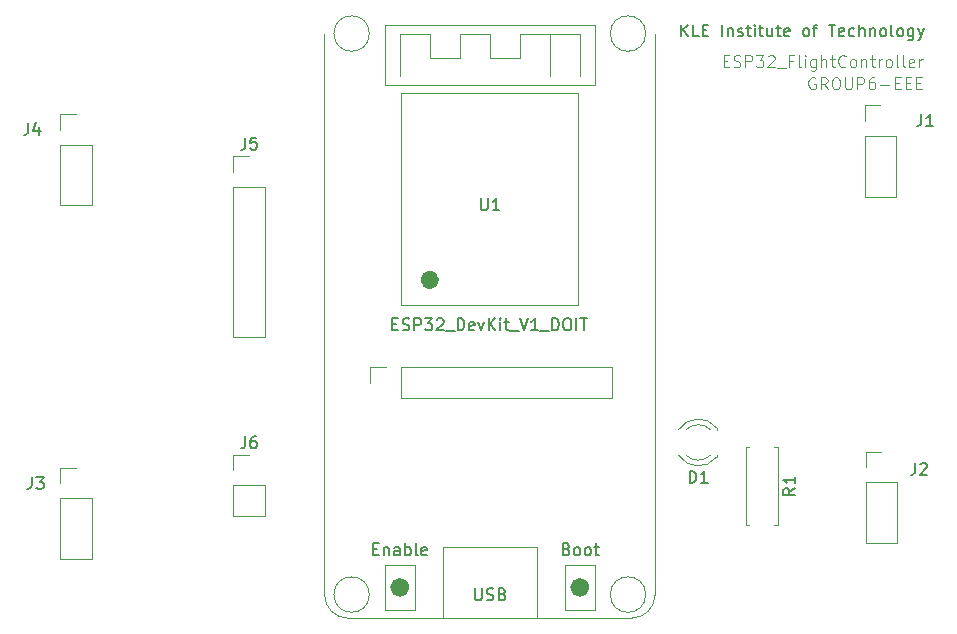
<source format=gbr>
%TF.GenerationSoftware,KiCad,Pcbnew,8.0.7*%
%TF.CreationDate,2024-12-29T12:34:30+05:30*%
%TF.ProjectId,Sketch,536b6574-6368-42e6-9b69-6361645f7063,v0.1*%
%TF.SameCoordinates,Original*%
%TF.FileFunction,Legend,Top*%
%TF.FilePolarity,Positive*%
%FSLAX46Y46*%
G04 Gerber Fmt 4.6, Leading zero omitted, Abs format (unit mm)*
G04 Created by KiCad (PCBNEW 8.0.7) date 2024-12-29 12:34:30*
%MOMM*%
%LPD*%
G01*
G04 APERTURE LIST*
%ADD10C,0.125000*%
%ADD11C,0.200000*%
%ADD12C,0.150000*%
%ADD13C,0.120000*%
%ADD14C,0.800000*%
%ADD15C,1.000000*%
G04 APERTURE END LIST*
D10*
X158665379Y-74722309D02*
X158998712Y-74722309D01*
X159141569Y-75246119D02*
X158665379Y-75246119D01*
X158665379Y-75246119D02*
X158665379Y-74246119D01*
X158665379Y-74246119D02*
X159141569Y-74246119D01*
X159522522Y-75198500D02*
X159665379Y-75246119D01*
X159665379Y-75246119D02*
X159903474Y-75246119D01*
X159903474Y-75246119D02*
X159998712Y-75198500D01*
X159998712Y-75198500D02*
X160046331Y-75150880D01*
X160046331Y-75150880D02*
X160093950Y-75055642D01*
X160093950Y-75055642D02*
X160093950Y-74960404D01*
X160093950Y-74960404D02*
X160046331Y-74865166D01*
X160046331Y-74865166D02*
X159998712Y-74817547D01*
X159998712Y-74817547D02*
X159903474Y-74769928D01*
X159903474Y-74769928D02*
X159712998Y-74722309D01*
X159712998Y-74722309D02*
X159617760Y-74674690D01*
X159617760Y-74674690D02*
X159570141Y-74627071D01*
X159570141Y-74627071D02*
X159522522Y-74531833D01*
X159522522Y-74531833D02*
X159522522Y-74436595D01*
X159522522Y-74436595D02*
X159570141Y-74341357D01*
X159570141Y-74341357D02*
X159617760Y-74293738D01*
X159617760Y-74293738D02*
X159712998Y-74246119D01*
X159712998Y-74246119D02*
X159951093Y-74246119D01*
X159951093Y-74246119D02*
X160093950Y-74293738D01*
X160522522Y-75246119D02*
X160522522Y-74246119D01*
X160522522Y-74246119D02*
X160903474Y-74246119D01*
X160903474Y-74246119D02*
X160998712Y-74293738D01*
X160998712Y-74293738D02*
X161046331Y-74341357D01*
X161046331Y-74341357D02*
X161093950Y-74436595D01*
X161093950Y-74436595D02*
X161093950Y-74579452D01*
X161093950Y-74579452D02*
X161046331Y-74674690D01*
X161046331Y-74674690D02*
X160998712Y-74722309D01*
X160998712Y-74722309D02*
X160903474Y-74769928D01*
X160903474Y-74769928D02*
X160522522Y-74769928D01*
X161427284Y-74246119D02*
X162046331Y-74246119D01*
X162046331Y-74246119D02*
X161712998Y-74627071D01*
X161712998Y-74627071D02*
X161855855Y-74627071D01*
X161855855Y-74627071D02*
X161951093Y-74674690D01*
X161951093Y-74674690D02*
X161998712Y-74722309D01*
X161998712Y-74722309D02*
X162046331Y-74817547D01*
X162046331Y-74817547D02*
X162046331Y-75055642D01*
X162046331Y-75055642D02*
X161998712Y-75150880D01*
X161998712Y-75150880D02*
X161951093Y-75198500D01*
X161951093Y-75198500D02*
X161855855Y-75246119D01*
X161855855Y-75246119D02*
X161570141Y-75246119D01*
X161570141Y-75246119D02*
X161474903Y-75198500D01*
X161474903Y-75198500D02*
X161427284Y-75150880D01*
X162427284Y-74341357D02*
X162474903Y-74293738D01*
X162474903Y-74293738D02*
X162570141Y-74246119D01*
X162570141Y-74246119D02*
X162808236Y-74246119D01*
X162808236Y-74246119D02*
X162903474Y-74293738D01*
X162903474Y-74293738D02*
X162951093Y-74341357D01*
X162951093Y-74341357D02*
X162998712Y-74436595D01*
X162998712Y-74436595D02*
X162998712Y-74531833D01*
X162998712Y-74531833D02*
X162951093Y-74674690D01*
X162951093Y-74674690D02*
X162379665Y-75246119D01*
X162379665Y-75246119D02*
X162998712Y-75246119D01*
X163189189Y-75341357D02*
X163951093Y-75341357D01*
X164522522Y-74722309D02*
X164189189Y-74722309D01*
X164189189Y-75246119D02*
X164189189Y-74246119D01*
X164189189Y-74246119D02*
X164665379Y-74246119D01*
X165189189Y-75246119D02*
X165093951Y-75198500D01*
X165093951Y-75198500D02*
X165046332Y-75103261D01*
X165046332Y-75103261D02*
X165046332Y-74246119D01*
X165570142Y-75246119D02*
X165570142Y-74579452D01*
X165570142Y-74246119D02*
X165522523Y-74293738D01*
X165522523Y-74293738D02*
X165570142Y-74341357D01*
X165570142Y-74341357D02*
X165617761Y-74293738D01*
X165617761Y-74293738D02*
X165570142Y-74246119D01*
X165570142Y-74246119D02*
X165570142Y-74341357D01*
X166474903Y-74579452D02*
X166474903Y-75388976D01*
X166474903Y-75388976D02*
X166427284Y-75484214D01*
X166427284Y-75484214D02*
X166379665Y-75531833D01*
X166379665Y-75531833D02*
X166284427Y-75579452D01*
X166284427Y-75579452D02*
X166141570Y-75579452D01*
X166141570Y-75579452D02*
X166046332Y-75531833D01*
X166474903Y-75198500D02*
X166379665Y-75246119D01*
X166379665Y-75246119D02*
X166189189Y-75246119D01*
X166189189Y-75246119D02*
X166093951Y-75198500D01*
X166093951Y-75198500D02*
X166046332Y-75150880D01*
X166046332Y-75150880D02*
X165998713Y-75055642D01*
X165998713Y-75055642D02*
X165998713Y-74769928D01*
X165998713Y-74769928D02*
X166046332Y-74674690D01*
X166046332Y-74674690D02*
X166093951Y-74627071D01*
X166093951Y-74627071D02*
X166189189Y-74579452D01*
X166189189Y-74579452D02*
X166379665Y-74579452D01*
X166379665Y-74579452D02*
X166474903Y-74627071D01*
X166951094Y-75246119D02*
X166951094Y-74246119D01*
X167379665Y-75246119D02*
X167379665Y-74722309D01*
X167379665Y-74722309D02*
X167332046Y-74627071D01*
X167332046Y-74627071D02*
X167236808Y-74579452D01*
X167236808Y-74579452D02*
X167093951Y-74579452D01*
X167093951Y-74579452D02*
X166998713Y-74627071D01*
X166998713Y-74627071D02*
X166951094Y-74674690D01*
X167712999Y-74579452D02*
X168093951Y-74579452D01*
X167855856Y-74246119D02*
X167855856Y-75103261D01*
X167855856Y-75103261D02*
X167903475Y-75198500D01*
X167903475Y-75198500D02*
X167998713Y-75246119D01*
X167998713Y-75246119D02*
X168093951Y-75246119D01*
X168998713Y-75150880D02*
X168951094Y-75198500D01*
X168951094Y-75198500D02*
X168808237Y-75246119D01*
X168808237Y-75246119D02*
X168712999Y-75246119D01*
X168712999Y-75246119D02*
X168570142Y-75198500D01*
X168570142Y-75198500D02*
X168474904Y-75103261D01*
X168474904Y-75103261D02*
X168427285Y-75008023D01*
X168427285Y-75008023D02*
X168379666Y-74817547D01*
X168379666Y-74817547D02*
X168379666Y-74674690D01*
X168379666Y-74674690D02*
X168427285Y-74484214D01*
X168427285Y-74484214D02*
X168474904Y-74388976D01*
X168474904Y-74388976D02*
X168570142Y-74293738D01*
X168570142Y-74293738D02*
X168712999Y-74246119D01*
X168712999Y-74246119D02*
X168808237Y-74246119D01*
X168808237Y-74246119D02*
X168951094Y-74293738D01*
X168951094Y-74293738D02*
X168998713Y-74341357D01*
X169570142Y-75246119D02*
X169474904Y-75198500D01*
X169474904Y-75198500D02*
X169427285Y-75150880D01*
X169427285Y-75150880D02*
X169379666Y-75055642D01*
X169379666Y-75055642D02*
X169379666Y-74769928D01*
X169379666Y-74769928D02*
X169427285Y-74674690D01*
X169427285Y-74674690D02*
X169474904Y-74627071D01*
X169474904Y-74627071D02*
X169570142Y-74579452D01*
X169570142Y-74579452D02*
X169712999Y-74579452D01*
X169712999Y-74579452D02*
X169808237Y-74627071D01*
X169808237Y-74627071D02*
X169855856Y-74674690D01*
X169855856Y-74674690D02*
X169903475Y-74769928D01*
X169903475Y-74769928D02*
X169903475Y-75055642D01*
X169903475Y-75055642D02*
X169855856Y-75150880D01*
X169855856Y-75150880D02*
X169808237Y-75198500D01*
X169808237Y-75198500D02*
X169712999Y-75246119D01*
X169712999Y-75246119D02*
X169570142Y-75246119D01*
X170332047Y-74579452D02*
X170332047Y-75246119D01*
X170332047Y-74674690D02*
X170379666Y-74627071D01*
X170379666Y-74627071D02*
X170474904Y-74579452D01*
X170474904Y-74579452D02*
X170617761Y-74579452D01*
X170617761Y-74579452D02*
X170712999Y-74627071D01*
X170712999Y-74627071D02*
X170760618Y-74722309D01*
X170760618Y-74722309D02*
X170760618Y-75246119D01*
X171093952Y-74579452D02*
X171474904Y-74579452D01*
X171236809Y-74246119D02*
X171236809Y-75103261D01*
X171236809Y-75103261D02*
X171284428Y-75198500D01*
X171284428Y-75198500D02*
X171379666Y-75246119D01*
X171379666Y-75246119D02*
X171474904Y-75246119D01*
X171808238Y-75246119D02*
X171808238Y-74579452D01*
X171808238Y-74769928D02*
X171855857Y-74674690D01*
X171855857Y-74674690D02*
X171903476Y-74627071D01*
X171903476Y-74627071D02*
X171998714Y-74579452D01*
X171998714Y-74579452D02*
X172093952Y-74579452D01*
X172570143Y-75246119D02*
X172474905Y-75198500D01*
X172474905Y-75198500D02*
X172427286Y-75150880D01*
X172427286Y-75150880D02*
X172379667Y-75055642D01*
X172379667Y-75055642D02*
X172379667Y-74769928D01*
X172379667Y-74769928D02*
X172427286Y-74674690D01*
X172427286Y-74674690D02*
X172474905Y-74627071D01*
X172474905Y-74627071D02*
X172570143Y-74579452D01*
X172570143Y-74579452D02*
X172713000Y-74579452D01*
X172713000Y-74579452D02*
X172808238Y-74627071D01*
X172808238Y-74627071D02*
X172855857Y-74674690D01*
X172855857Y-74674690D02*
X172903476Y-74769928D01*
X172903476Y-74769928D02*
X172903476Y-75055642D01*
X172903476Y-75055642D02*
X172855857Y-75150880D01*
X172855857Y-75150880D02*
X172808238Y-75198500D01*
X172808238Y-75198500D02*
X172713000Y-75246119D01*
X172713000Y-75246119D02*
X172570143Y-75246119D01*
X173474905Y-75246119D02*
X173379667Y-75198500D01*
X173379667Y-75198500D02*
X173332048Y-75103261D01*
X173332048Y-75103261D02*
X173332048Y-74246119D01*
X173998715Y-75246119D02*
X173903477Y-75198500D01*
X173903477Y-75198500D02*
X173855858Y-75103261D01*
X173855858Y-75103261D02*
X173855858Y-74246119D01*
X174760620Y-75198500D02*
X174665382Y-75246119D01*
X174665382Y-75246119D02*
X174474906Y-75246119D01*
X174474906Y-75246119D02*
X174379668Y-75198500D01*
X174379668Y-75198500D02*
X174332049Y-75103261D01*
X174332049Y-75103261D02*
X174332049Y-74722309D01*
X174332049Y-74722309D02*
X174379668Y-74627071D01*
X174379668Y-74627071D02*
X174474906Y-74579452D01*
X174474906Y-74579452D02*
X174665382Y-74579452D01*
X174665382Y-74579452D02*
X174760620Y-74627071D01*
X174760620Y-74627071D02*
X174808239Y-74722309D01*
X174808239Y-74722309D02*
X174808239Y-74817547D01*
X174808239Y-74817547D02*
X174332049Y-74912785D01*
X175236811Y-75246119D02*
X175236811Y-74579452D01*
X175236811Y-74769928D02*
X175284430Y-74674690D01*
X175284430Y-74674690D02*
X175332049Y-74627071D01*
X175332049Y-74627071D02*
X175427287Y-74579452D01*
X175427287Y-74579452D02*
X175522525Y-74579452D01*
D11*
X155076751Y-72642219D02*
X155076751Y-71642219D01*
X155648179Y-72642219D02*
X155219608Y-72070790D01*
X155648179Y-71642219D02*
X155076751Y-72213647D01*
X156552941Y-72642219D02*
X156076751Y-72642219D01*
X156076751Y-72642219D02*
X156076751Y-71642219D01*
X156886275Y-72118409D02*
X157219608Y-72118409D01*
X157362465Y-72642219D02*
X156886275Y-72642219D01*
X156886275Y-72642219D02*
X156886275Y-71642219D01*
X156886275Y-71642219D02*
X157362465Y-71642219D01*
X158552942Y-72642219D02*
X158552942Y-71642219D01*
X159029132Y-71975552D02*
X159029132Y-72642219D01*
X159029132Y-72070790D02*
X159076751Y-72023171D01*
X159076751Y-72023171D02*
X159171989Y-71975552D01*
X159171989Y-71975552D02*
X159314846Y-71975552D01*
X159314846Y-71975552D02*
X159410084Y-72023171D01*
X159410084Y-72023171D02*
X159457703Y-72118409D01*
X159457703Y-72118409D02*
X159457703Y-72642219D01*
X159886275Y-72594600D02*
X159981513Y-72642219D01*
X159981513Y-72642219D02*
X160171989Y-72642219D01*
X160171989Y-72642219D02*
X160267227Y-72594600D01*
X160267227Y-72594600D02*
X160314846Y-72499361D01*
X160314846Y-72499361D02*
X160314846Y-72451742D01*
X160314846Y-72451742D02*
X160267227Y-72356504D01*
X160267227Y-72356504D02*
X160171989Y-72308885D01*
X160171989Y-72308885D02*
X160029132Y-72308885D01*
X160029132Y-72308885D02*
X159933894Y-72261266D01*
X159933894Y-72261266D02*
X159886275Y-72166028D01*
X159886275Y-72166028D02*
X159886275Y-72118409D01*
X159886275Y-72118409D02*
X159933894Y-72023171D01*
X159933894Y-72023171D02*
X160029132Y-71975552D01*
X160029132Y-71975552D02*
X160171989Y-71975552D01*
X160171989Y-71975552D02*
X160267227Y-72023171D01*
X160600561Y-71975552D02*
X160981513Y-71975552D01*
X160743418Y-71642219D02*
X160743418Y-72499361D01*
X160743418Y-72499361D02*
X160791037Y-72594600D01*
X160791037Y-72594600D02*
X160886275Y-72642219D01*
X160886275Y-72642219D02*
X160981513Y-72642219D01*
X161314847Y-72642219D02*
X161314847Y-71975552D01*
X161314847Y-71642219D02*
X161267228Y-71689838D01*
X161267228Y-71689838D02*
X161314847Y-71737457D01*
X161314847Y-71737457D02*
X161362466Y-71689838D01*
X161362466Y-71689838D02*
X161314847Y-71642219D01*
X161314847Y-71642219D02*
X161314847Y-71737457D01*
X161648180Y-71975552D02*
X162029132Y-71975552D01*
X161791037Y-71642219D02*
X161791037Y-72499361D01*
X161791037Y-72499361D02*
X161838656Y-72594600D01*
X161838656Y-72594600D02*
X161933894Y-72642219D01*
X161933894Y-72642219D02*
X162029132Y-72642219D01*
X162791037Y-71975552D02*
X162791037Y-72642219D01*
X162362466Y-71975552D02*
X162362466Y-72499361D01*
X162362466Y-72499361D02*
X162410085Y-72594600D01*
X162410085Y-72594600D02*
X162505323Y-72642219D01*
X162505323Y-72642219D02*
X162648180Y-72642219D01*
X162648180Y-72642219D02*
X162743418Y-72594600D01*
X162743418Y-72594600D02*
X162791037Y-72546980D01*
X163124371Y-71975552D02*
X163505323Y-71975552D01*
X163267228Y-71642219D02*
X163267228Y-72499361D01*
X163267228Y-72499361D02*
X163314847Y-72594600D01*
X163314847Y-72594600D02*
X163410085Y-72642219D01*
X163410085Y-72642219D02*
X163505323Y-72642219D01*
X164219609Y-72594600D02*
X164124371Y-72642219D01*
X164124371Y-72642219D02*
X163933895Y-72642219D01*
X163933895Y-72642219D02*
X163838657Y-72594600D01*
X163838657Y-72594600D02*
X163791038Y-72499361D01*
X163791038Y-72499361D02*
X163791038Y-72118409D01*
X163791038Y-72118409D02*
X163838657Y-72023171D01*
X163838657Y-72023171D02*
X163933895Y-71975552D01*
X163933895Y-71975552D02*
X164124371Y-71975552D01*
X164124371Y-71975552D02*
X164219609Y-72023171D01*
X164219609Y-72023171D02*
X164267228Y-72118409D01*
X164267228Y-72118409D02*
X164267228Y-72213647D01*
X164267228Y-72213647D02*
X163791038Y-72308885D01*
X165600562Y-72642219D02*
X165505324Y-72594600D01*
X165505324Y-72594600D02*
X165457705Y-72546980D01*
X165457705Y-72546980D02*
X165410086Y-72451742D01*
X165410086Y-72451742D02*
X165410086Y-72166028D01*
X165410086Y-72166028D02*
X165457705Y-72070790D01*
X165457705Y-72070790D02*
X165505324Y-72023171D01*
X165505324Y-72023171D02*
X165600562Y-71975552D01*
X165600562Y-71975552D02*
X165743419Y-71975552D01*
X165743419Y-71975552D02*
X165838657Y-72023171D01*
X165838657Y-72023171D02*
X165886276Y-72070790D01*
X165886276Y-72070790D02*
X165933895Y-72166028D01*
X165933895Y-72166028D02*
X165933895Y-72451742D01*
X165933895Y-72451742D02*
X165886276Y-72546980D01*
X165886276Y-72546980D02*
X165838657Y-72594600D01*
X165838657Y-72594600D02*
X165743419Y-72642219D01*
X165743419Y-72642219D02*
X165600562Y-72642219D01*
X166219610Y-71975552D02*
X166600562Y-71975552D01*
X166362467Y-72642219D02*
X166362467Y-71785076D01*
X166362467Y-71785076D02*
X166410086Y-71689838D01*
X166410086Y-71689838D02*
X166505324Y-71642219D01*
X166505324Y-71642219D02*
X166600562Y-71642219D01*
X167552944Y-71642219D02*
X168124372Y-71642219D01*
X167838658Y-72642219D02*
X167838658Y-71642219D01*
X168838658Y-72594600D02*
X168743420Y-72642219D01*
X168743420Y-72642219D02*
X168552944Y-72642219D01*
X168552944Y-72642219D02*
X168457706Y-72594600D01*
X168457706Y-72594600D02*
X168410087Y-72499361D01*
X168410087Y-72499361D02*
X168410087Y-72118409D01*
X168410087Y-72118409D02*
X168457706Y-72023171D01*
X168457706Y-72023171D02*
X168552944Y-71975552D01*
X168552944Y-71975552D02*
X168743420Y-71975552D01*
X168743420Y-71975552D02*
X168838658Y-72023171D01*
X168838658Y-72023171D02*
X168886277Y-72118409D01*
X168886277Y-72118409D02*
X168886277Y-72213647D01*
X168886277Y-72213647D02*
X168410087Y-72308885D01*
X169743420Y-72594600D02*
X169648182Y-72642219D01*
X169648182Y-72642219D02*
X169457706Y-72642219D01*
X169457706Y-72642219D02*
X169362468Y-72594600D01*
X169362468Y-72594600D02*
X169314849Y-72546980D01*
X169314849Y-72546980D02*
X169267230Y-72451742D01*
X169267230Y-72451742D02*
X169267230Y-72166028D01*
X169267230Y-72166028D02*
X169314849Y-72070790D01*
X169314849Y-72070790D02*
X169362468Y-72023171D01*
X169362468Y-72023171D02*
X169457706Y-71975552D01*
X169457706Y-71975552D02*
X169648182Y-71975552D01*
X169648182Y-71975552D02*
X169743420Y-72023171D01*
X170171992Y-72642219D02*
X170171992Y-71642219D01*
X170600563Y-72642219D02*
X170600563Y-72118409D01*
X170600563Y-72118409D02*
X170552944Y-72023171D01*
X170552944Y-72023171D02*
X170457706Y-71975552D01*
X170457706Y-71975552D02*
X170314849Y-71975552D01*
X170314849Y-71975552D02*
X170219611Y-72023171D01*
X170219611Y-72023171D02*
X170171992Y-72070790D01*
X171076754Y-71975552D02*
X171076754Y-72642219D01*
X171076754Y-72070790D02*
X171124373Y-72023171D01*
X171124373Y-72023171D02*
X171219611Y-71975552D01*
X171219611Y-71975552D02*
X171362468Y-71975552D01*
X171362468Y-71975552D02*
X171457706Y-72023171D01*
X171457706Y-72023171D02*
X171505325Y-72118409D01*
X171505325Y-72118409D02*
X171505325Y-72642219D01*
X172124373Y-72642219D02*
X172029135Y-72594600D01*
X172029135Y-72594600D02*
X171981516Y-72546980D01*
X171981516Y-72546980D02*
X171933897Y-72451742D01*
X171933897Y-72451742D02*
X171933897Y-72166028D01*
X171933897Y-72166028D02*
X171981516Y-72070790D01*
X171981516Y-72070790D02*
X172029135Y-72023171D01*
X172029135Y-72023171D02*
X172124373Y-71975552D01*
X172124373Y-71975552D02*
X172267230Y-71975552D01*
X172267230Y-71975552D02*
X172362468Y-72023171D01*
X172362468Y-72023171D02*
X172410087Y-72070790D01*
X172410087Y-72070790D02*
X172457706Y-72166028D01*
X172457706Y-72166028D02*
X172457706Y-72451742D01*
X172457706Y-72451742D02*
X172410087Y-72546980D01*
X172410087Y-72546980D02*
X172362468Y-72594600D01*
X172362468Y-72594600D02*
X172267230Y-72642219D01*
X172267230Y-72642219D02*
X172124373Y-72642219D01*
X173029135Y-72642219D02*
X172933897Y-72594600D01*
X172933897Y-72594600D02*
X172886278Y-72499361D01*
X172886278Y-72499361D02*
X172886278Y-71642219D01*
X173552945Y-72642219D02*
X173457707Y-72594600D01*
X173457707Y-72594600D02*
X173410088Y-72546980D01*
X173410088Y-72546980D02*
X173362469Y-72451742D01*
X173362469Y-72451742D02*
X173362469Y-72166028D01*
X173362469Y-72166028D02*
X173410088Y-72070790D01*
X173410088Y-72070790D02*
X173457707Y-72023171D01*
X173457707Y-72023171D02*
X173552945Y-71975552D01*
X173552945Y-71975552D02*
X173695802Y-71975552D01*
X173695802Y-71975552D02*
X173791040Y-72023171D01*
X173791040Y-72023171D02*
X173838659Y-72070790D01*
X173838659Y-72070790D02*
X173886278Y-72166028D01*
X173886278Y-72166028D02*
X173886278Y-72451742D01*
X173886278Y-72451742D02*
X173838659Y-72546980D01*
X173838659Y-72546980D02*
X173791040Y-72594600D01*
X173791040Y-72594600D02*
X173695802Y-72642219D01*
X173695802Y-72642219D02*
X173552945Y-72642219D01*
X174743421Y-71975552D02*
X174743421Y-72785076D01*
X174743421Y-72785076D02*
X174695802Y-72880314D01*
X174695802Y-72880314D02*
X174648183Y-72927933D01*
X174648183Y-72927933D02*
X174552945Y-72975552D01*
X174552945Y-72975552D02*
X174410088Y-72975552D01*
X174410088Y-72975552D02*
X174314850Y-72927933D01*
X174743421Y-72594600D02*
X174648183Y-72642219D01*
X174648183Y-72642219D02*
X174457707Y-72642219D01*
X174457707Y-72642219D02*
X174362469Y-72594600D01*
X174362469Y-72594600D02*
X174314850Y-72546980D01*
X174314850Y-72546980D02*
X174267231Y-72451742D01*
X174267231Y-72451742D02*
X174267231Y-72166028D01*
X174267231Y-72166028D02*
X174314850Y-72070790D01*
X174314850Y-72070790D02*
X174362469Y-72023171D01*
X174362469Y-72023171D02*
X174457707Y-71975552D01*
X174457707Y-71975552D02*
X174648183Y-71975552D01*
X174648183Y-71975552D02*
X174743421Y-72023171D01*
X175124374Y-71975552D02*
X175362469Y-72642219D01*
X175600564Y-71975552D02*
X175362469Y-72642219D01*
X175362469Y-72642219D02*
X175267231Y-72880314D01*
X175267231Y-72880314D02*
X175219612Y-72927933D01*
X175219612Y-72927933D02*
X175124374Y-72975552D01*
D10*
X166429668Y-76168738D02*
X166334430Y-76121119D01*
X166334430Y-76121119D02*
X166191573Y-76121119D01*
X166191573Y-76121119D02*
X166048716Y-76168738D01*
X166048716Y-76168738D02*
X165953478Y-76263976D01*
X165953478Y-76263976D02*
X165905859Y-76359214D01*
X165905859Y-76359214D02*
X165858240Y-76549690D01*
X165858240Y-76549690D02*
X165858240Y-76692547D01*
X165858240Y-76692547D02*
X165905859Y-76883023D01*
X165905859Y-76883023D02*
X165953478Y-76978261D01*
X165953478Y-76978261D02*
X166048716Y-77073500D01*
X166048716Y-77073500D02*
X166191573Y-77121119D01*
X166191573Y-77121119D02*
X166286811Y-77121119D01*
X166286811Y-77121119D02*
X166429668Y-77073500D01*
X166429668Y-77073500D02*
X166477287Y-77025880D01*
X166477287Y-77025880D02*
X166477287Y-76692547D01*
X166477287Y-76692547D02*
X166286811Y-76692547D01*
X167477287Y-77121119D02*
X167143954Y-76644928D01*
X166905859Y-77121119D02*
X166905859Y-76121119D01*
X166905859Y-76121119D02*
X167286811Y-76121119D01*
X167286811Y-76121119D02*
X167382049Y-76168738D01*
X167382049Y-76168738D02*
X167429668Y-76216357D01*
X167429668Y-76216357D02*
X167477287Y-76311595D01*
X167477287Y-76311595D02*
X167477287Y-76454452D01*
X167477287Y-76454452D02*
X167429668Y-76549690D01*
X167429668Y-76549690D02*
X167382049Y-76597309D01*
X167382049Y-76597309D02*
X167286811Y-76644928D01*
X167286811Y-76644928D02*
X166905859Y-76644928D01*
X168096335Y-76121119D02*
X168286811Y-76121119D01*
X168286811Y-76121119D02*
X168382049Y-76168738D01*
X168382049Y-76168738D02*
X168477287Y-76263976D01*
X168477287Y-76263976D02*
X168524906Y-76454452D01*
X168524906Y-76454452D02*
X168524906Y-76787785D01*
X168524906Y-76787785D02*
X168477287Y-76978261D01*
X168477287Y-76978261D02*
X168382049Y-77073500D01*
X168382049Y-77073500D02*
X168286811Y-77121119D01*
X168286811Y-77121119D02*
X168096335Y-77121119D01*
X168096335Y-77121119D02*
X168001097Y-77073500D01*
X168001097Y-77073500D02*
X167905859Y-76978261D01*
X167905859Y-76978261D02*
X167858240Y-76787785D01*
X167858240Y-76787785D02*
X167858240Y-76454452D01*
X167858240Y-76454452D02*
X167905859Y-76263976D01*
X167905859Y-76263976D02*
X168001097Y-76168738D01*
X168001097Y-76168738D02*
X168096335Y-76121119D01*
X168953478Y-76121119D02*
X168953478Y-76930642D01*
X168953478Y-76930642D02*
X169001097Y-77025880D01*
X169001097Y-77025880D02*
X169048716Y-77073500D01*
X169048716Y-77073500D02*
X169143954Y-77121119D01*
X169143954Y-77121119D02*
X169334430Y-77121119D01*
X169334430Y-77121119D02*
X169429668Y-77073500D01*
X169429668Y-77073500D02*
X169477287Y-77025880D01*
X169477287Y-77025880D02*
X169524906Y-76930642D01*
X169524906Y-76930642D02*
X169524906Y-76121119D01*
X170001097Y-77121119D02*
X170001097Y-76121119D01*
X170001097Y-76121119D02*
X170382049Y-76121119D01*
X170382049Y-76121119D02*
X170477287Y-76168738D01*
X170477287Y-76168738D02*
X170524906Y-76216357D01*
X170524906Y-76216357D02*
X170572525Y-76311595D01*
X170572525Y-76311595D02*
X170572525Y-76454452D01*
X170572525Y-76454452D02*
X170524906Y-76549690D01*
X170524906Y-76549690D02*
X170477287Y-76597309D01*
X170477287Y-76597309D02*
X170382049Y-76644928D01*
X170382049Y-76644928D02*
X170001097Y-76644928D01*
X171429668Y-76121119D02*
X171239192Y-76121119D01*
X171239192Y-76121119D02*
X171143954Y-76168738D01*
X171143954Y-76168738D02*
X171096335Y-76216357D01*
X171096335Y-76216357D02*
X171001097Y-76359214D01*
X171001097Y-76359214D02*
X170953478Y-76549690D01*
X170953478Y-76549690D02*
X170953478Y-76930642D01*
X170953478Y-76930642D02*
X171001097Y-77025880D01*
X171001097Y-77025880D02*
X171048716Y-77073500D01*
X171048716Y-77073500D02*
X171143954Y-77121119D01*
X171143954Y-77121119D02*
X171334430Y-77121119D01*
X171334430Y-77121119D02*
X171429668Y-77073500D01*
X171429668Y-77073500D02*
X171477287Y-77025880D01*
X171477287Y-77025880D02*
X171524906Y-76930642D01*
X171524906Y-76930642D02*
X171524906Y-76692547D01*
X171524906Y-76692547D02*
X171477287Y-76597309D01*
X171477287Y-76597309D02*
X171429668Y-76549690D01*
X171429668Y-76549690D02*
X171334430Y-76502071D01*
X171334430Y-76502071D02*
X171143954Y-76502071D01*
X171143954Y-76502071D02*
X171048716Y-76549690D01*
X171048716Y-76549690D02*
X171001097Y-76597309D01*
X171001097Y-76597309D02*
X170953478Y-76692547D01*
X171953478Y-76740166D02*
X172715383Y-76740166D01*
X173191573Y-76597309D02*
X173524906Y-76597309D01*
X173667763Y-77121119D02*
X173191573Y-77121119D01*
X173191573Y-77121119D02*
X173191573Y-76121119D01*
X173191573Y-76121119D02*
X173667763Y-76121119D01*
X174096335Y-76597309D02*
X174429668Y-76597309D01*
X174572525Y-77121119D02*
X174096335Y-77121119D01*
X174096335Y-77121119D02*
X174096335Y-76121119D01*
X174096335Y-76121119D02*
X174572525Y-76121119D01*
X175001097Y-76597309D02*
X175334430Y-76597309D01*
X175477287Y-77121119D02*
X175001097Y-77121119D01*
X175001097Y-77121119D02*
X175001097Y-76121119D01*
X175001097Y-76121119D02*
X175477287Y-76121119D01*
D12*
X138113095Y-86369819D02*
X138113095Y-87179342D01*
X138113095Y-87179342D02*
X138160714Y-87274580D01*
X138160714Y-87274580D02*
X138208333Y-87322200D01*
X138208333Y-87322200D02*
X138303571Y-87369819D01*
X138303571Y-87369819D02*
X138494047Y-87369819D01*
X138494047Y-87369819D02*
X138589285Y-87322200D01*
X138589285Y-87322200D02*
X138636904Y-87274580D01*
X138636904Y-87274580D02*
X138684523Y-87179342D01*
X138684523Y-87179342D02*
X138684523Y-86369819D01*
X139684523Y-87369819D02*
X139113095Y-87369819D01*
X139398809Y-87369819D02*
X139398809Y-86369819D01*
X139398809Y-86369819D02*
X139303571Y-86512676D01*
X139303571Y-86512676D02*
X139208333Y-86607914D01*
X139208333Y-86607914D02*
X139113095Y-86655533D01*
X130633333Y-97006009D02*
X130966666Y-97006009D01*
X131109523Y-97529819D02*
X130633333Y-97529819D01*
X130633333Y-97529819D02*
X130633333Y-96529819D01*
X130633333Y-96529819D02*
X131109523Y-96529819D01*
X131490476Y-97482200D02*
X131633333Y-97529819D01*
X131633333Y-97529819D02*
X131871428Y-97529819D01*
X131871428Y-97529819D02*
X131966666Y-97482200D01*
X131966666Y-97482200D02*
X132014285Y-97434580D01*
X132014285Y-97434580D02*
X132061904Y-97339342D01*
X132061904Y-97339342D02*
X132061904Y-97244104D01*
X132061904Y-97244104D02*
X132014285Y-97148866D01*
X132014285Y-97148866D02*
X131966666Y-97101247D01*
X131966666Y-97101247D02*
X131871428Y-97053628D01*
X131871428Y-97053628D02*
X131680952Y-97006009D01*
X131680952Y-97006009D02*
X131585714Y-96958390D01*
X131585714Y-96958390D02*
X131538095Y-96910771D01*
X131538095Y-96910771D02*
X131490476Y-96815533D01*
X131490476Y-96815533D02*
X131490476Y-96720295D01*
X131490476Y-96720295D02*
X131538095Y-96625057D01*
X131538095Y-96625057D02*
X131585714Y-96577438D01*
X131585714Y-96577438D02*
X131680952Y-96529819D01*
X131680952Y-96529819D02*
X131919047Y-96529819D01*
X131919047Y-96529819D02*
X132061904Y-96577438D01*
X132490476Y-97529819D02*
X132490476Y-96529819D01*
X132490476Y-96529819D02*
X132871428Y-96529819D01*
X132871428Y-96529819D02*
X132966666Y-96577438D01*
X132966666Y-96577438D02*
X133014285Y-96625057D01*
X133014285Y-96625057D02*
X133061904Y-96720295D01*
X133061904Y-96720295D02*
X133061904Y-96863152D01*
X133061904Y-96863152D02*
X133014285Y-96958390D01*
X133014285Y-96958390D02*
X132966666Y-97006009D01*
X132966666Y-97006009D02*
X132871428Y-97053628D01*
X132871428Y-97053628D02*
X132490476Y-97053628D01*
X133395238Y-96529819D02*
X134014285Y-96529819D01*
X134014285Y-96529819D02*
X133680952Y-96910771D01*
X133680952Y-96910771D02*
X133823809Y-96910771D01*
X133823809Y-96910771D02*
X133919047Y-96958390D01*
X133919047Y-96958390D02*
X133966666Y-97006009D01*
X133966666Y-97006009D02*
X134014285Y-97101247D01*
X134014285Y-97101247D02*
X134014285Y-97339342D01*
X134014285Y-97339342D02*
X133966666Y-97434580D01*
X133966666Y-97434580D02*
X133919047Y-97482200D01*
X133919047Y-97482200D02*
X133823809Y-97529819D01*
X133823809Y-97529819D02*
X133538095Y-97529819D01*
X133538095Y-97529819D02*
X133442857Y-97482200D01*
X133442857Y-97482200D02*
X133395238Y-97434580D01*
X134395238Y-96625057D02*
X134442857Y-96577438D01*
X134442857Y-96577438D02*
X134538095Y-96529819D01*
X134538095Y-96529819D02*
X134776190Y-96529819D01*
X134776190Y-96529819D02*
X134871428Y-96577438D01*
X134871428Y-96577438D02*
X134919047Y-96625057D01*
X134919047Y-96625057D02*
X134966666Y-96720295D01*
X134966666Y-96720295D02*
X134966666Y-96815533D01*
X134966666Y-96815533D02*
X134919047Y-96958390D01*
X134919047Y-96958390D02*
X134347619Y-97529819D01*
X134347619Y-97529819D02*
X134966666Y-97529819D01*
X135157143Y-97625057D02*
X135919047Y-97625057D01*
X136157143Y-97529819D02*
X136157143Y-96529819D01*
X136157143Y-96529819D02*
X136395238Y-96529819D01*
X136395238Y-96529819D02*
X136538095Y-96577438D01*
X136538095Y-96577438D02*
X136633333Y-96672676D01*
X136633333Y-96672676D02*
X136680952Y-96767914D01*
X136680952Y-96767914D02*
X136728571Y-96958390D01*
X136728571Y-96958390D02*
X136728571Y-97101247D01*
X136728571Y-97101247D02*
X136680952Y-97291723D01*
X136680952Y-97291723D02*
X136633333Y-97386961D01*
X136633333Y-97386961D02*
X136538095Y-97482200D01*
X136538095Y-97482200D02*
X136395238Y-97529819D01*
X136395238Y-97529819D02*
X136157143Y-97529819D01*
X137538095Y-97482200D02*
X137442857Y-97529819D01*
X137442857Y-97529819D02*
X137252381Y-97529819D01*
X137252381Y-97529819D02*
X137157143Y-97482200D01*
X137157143Y-97482200D02*
X137109524Y-97386961D01*
X137109524Y-97386961D02*
X137109524Y-97006009D01*
X137109524Y-97006009D02*
X137157143Y-96910771D01*
X137157143Y-96910771D02*
X137252381Y-96863152D01*
X137252381Y-96863152D02*
X137442857Y-96863152D01*
X137442857Y-96863152D02*
X137538095Y-96910771D01*
X137538095Y-96910771D02*
X137585714Y-97006009D01*
X137585714Y-97006009D02*
X137585714Y-97101247D01*
X137585714Y-97101247D02*
X137109524Y-97196485D01*
X137919048Y-96863152D02*
X138157143Y-97529819D01*
X138157143Y-97529819D02*
X138395238Y-96863152D01*
X138776191Y-97529819D02*
X138776191Y-96529819D01*
X139347619Y-97529819D02*
X138919048Y-96958390D01*
X139347619Y-96529819D02*
X138776191Y-97101247D01*
X139776191Y-97529819D02*
X139776191Y-96863152D01*
X139776191Y-96529819D02*
X139728572Y-96577438D01*
X139728572Y-96577438D02*
X139776191Y-96625057D01*
X139776191Y-96625057D02*
X139823810Y-96577438D01*
X139823810Y-96577438D02*
X139776191Y-96529819D01*
X139776191Y-96529819D02*
X139776191Y-96625057D01*
X140109524Y-96863152D02*
X140490476Y-96863152D01*
X140252381Y-96529819D02*
X140252381Y-97386961D01*
X140252381Y-97386961D02*
X140300000Y-97482200D01*
X140300000Y-97482200D02*
X140395238Y-97529819D01*
X140395238Y-97529819D02*
X140490476Y-97529819D01*
X140585715Y-97625057D02*
X141347619Y-97625057D01*
X141442858Y-96529819D02*
X141776191Y-97529819D01*
X141776191Y-97529819D02*
X142109524Y-96529819D01*
X142966667Y-97529819D02*
X142395239Y-97529819D01*
X142680953Y-97529819D02*
X142680953Y-96529819D01*
X142680953Y-96529819D02*
X142585715Y-96672676D01*
X142585715Y-96672676D02*
X142490477Y-96767914D01*
X142490477Y-96767914D02*
X142395239Y-96815533D01*
X143157144Y-97625057D02*
X143919048Y-97625057D01*
X144157144Y-97529819D02*
X144157144Y-96529819D01*
X144157144Y-96529819D02*
X144395239Y-96529819D01*
X144395239Y-96529819D02*
X144538096Y-96577438D01*
X144538096Y-96577438D02*
X144633334Y-96672676D01*
X144633334Y-96672676D02*
X144680953Y-96767914D01*
X144680953Y-96767914D02*
X144728572Y-96958390D01*
X144728572Y-96958390D02*
X144728572Y-97101247D01*
X144728572Y-97101247D02*
X144680953Y-97291723D01*
X144680953Y-97291723D02*
X144633334Y-97386961D01*
X144633334Y-97386961D02*
X144538096Y-97482200D01*
X144538096Y-97482200D02*
X144395239Y-97529819D01*
X144395239Y-97529819D02*
X144157144Y-97529819D01*
X145347620Y-96529819D02*
X145538096Y-96529819D01*
X145538096Y-96529819D02*
X145633334Y-96577438D01*
X145633334Y-96577438D02*
X145728572Y-96672676D01*
X145728572Y-96672676D02*
X145776191Y-96863152D01*
X145776191Y-96863152D02*
X145776191Y-97196485D01*
X145776191Y-97196485D02*
X145728572Y-97386961D01*
X145728572Y-97386961D02*
X145633334Y-97482200D01*
X145633334Y-97482200D02*
X145538096Y-97529819D01*
X145538096Y-97529819D02*
X145347620Y-97529819D01*
X145347620Y-97529819D02*
X145252382Y-97482200D01*
X145252382Y-97482200D02*
X145157144Y-97386961D01*
X145157144Y-97386961D02*
X145109525Y-97196485D01*
X145109525Y-97196485D02*
X145109525Y-96863152D01*
X145109525Y-96863152D02*
X145157144Y-96672676D01*
X145157144Y-96672676D02*
X145252382Y-96577438D01*
X145252382Y-96577438D02*
X145347620Y-96529819D01*
X146204763Y-97529819D02*
X146204763Y-96529819D01*
X146538096Y-96529819D02*
X147109524Y-96529819D01*
X146823810Y-97529819D02*
X146823810Y-96529819D01*
X137613095Y-119389819D02*
X137613095Y-120199342D01*
X137613095Y-120199342D02*
X137660714Y-120294580D01*
X137660714Y-120294580D02*
X137708333Y-120342200D01*
X137708333Y-120342200D02*
X137803571Y-120389819D01*
X137803571Y-120389819D02*
X137994047Y-120389819D01*
X137994047Y-120389819D02*
X138089285Y-120342200D01*
X138089285Y-120342200D02*
X138136904Y-120294580D01*
X138136904Y-120294580D02*
X138184523Y-120199342D01*
X138184523Y-120199342D02*
X138184523Y-119389819D01*
X138613095Y-120342200D02*
X138755952Y-120389819D01*
X138755952Y-120389819D02*
X138994047Y-120389819D01*
X138994047Y-120389819D02*
X139089285Y-120342200D01*
X139089285Y-120342200D02*
X139136904Y-120294580D01*
X139136904Y-120294580D02*
X139184523Y-120199342D01*
X139184523Y-120199342D02*
X139184523Y-120104104D01*
X139184523Y-120104104D02*
X139136904Y-120008866D01*
X139136904Y-120008866D02*
X139089285Y-119961247D01*
X139089285Y-119961247D02*
X138994047Y-119913628D01*
X138994047Y-119913628D02*
X138803571Y-119866009D01*
X138803571Y-119866009D02*
X138708333Y-119818390D01*
X138708333Y-119818390D02*
X138660714Y-119770771D01*
X138660714Y-119770771D02*
X138613095Y-119675533D01*
X138613095Y-119675533D02*
X138613095Y-119580295D01*
X138613095Y-119580295D02*
X138660714Y-119485057D01*
X138660714Y-119485057D02*
X138708333Y-119437438D01*
X138708333Y-119437438D02*
X138803571Y-119389819D01*
X138803571Y-119389819D02*
X139041666Y-119389819D01*
X139041666Y-119389819D02*
X139184523Y-119437438D01*
X139946428Y-119866009D02*
X140089285Y-119913628D01*
X140089285Y-119913628D02*
X140136904Y-119961247D01*
X140136904Y-119961247D02*
X140184523Y-120056485D01*
X140184523Y-120056485D02*
X140184523Y-120199342D01*
X140184523Y-120199342D02*
X140136904Y-120294580D01*
X140136904Y-120294580D02*
X140089285Y-120342200D01*
X140089285Y-120342200D02*
X139994047Y-120389819D01*
X139994047Y-120389819D02*
X139613095Y-120389819D01*
X139613095Y-120389819D02*
X139613095Y-119389819D01*
X139613095Y-119389819D02*
X139946428Y-119389819D01*
X139946428Y-119389819D02*
X140041666Y-119437438D01*
X140041666Y-119437438D02*
X140089285Y-119485057D01*
X140089285Y-119485057D02*
X140136904Y-119580295D01*
X140136904Y-119580295D02*
X140136904Y-119675533D01*
X140136904Y-119675533D02*
X140089285Y-119770771D01*
X140089285Y-119770771D02*
X140041666Y-119818390D01*
X140041666Y-119818390D02*
X139946428Y-119866009D01*
X139946428Y-119866009D02*
X139613095Y-119866009D01*
X145375952Y-116056009D02*
X145518809Y-116103628D01*
X145518809Y-116103628D02*
X145566428Y-116151247D01*
X145566428Y-116151247D02*
X145614047Y-116246485D01*
X145614047Y-116246485D02*
X145614047Y-116389342D01*
X145614047Y-116389342D02*
X145566428Y-116484580D01*
X145566428Y-116484580D02*
X145518809Y-116532200D01*
X145518809Y-116532200D02*
X145423571Y-116579819D01*
X145423571Y-116579819D02*
X145042619Y-116579819D01*
X145042619Y-116579819D02*
X145042619Y-115579819D01*
X145042619Y-115579819D02*
X145375952Y-115579819D01*
X145375952Y-115579819D02*
X145471190Y-115627438D01*
X145471190Y-115627438D02*
X145518809Y-115675057D01*
X145518809Y-115675057D02*
X145566428Y-115770295D01*
X145566428Y-115770295D02*
X145566428Y-115865533D01*
X145566428Y-115865533D02*
X145518809Y-115960771D01*
X145518809Y-115960771D02*
X145471190Y-116008390D01*
X145471190Y-116008390D02*
X145375952Y-116056009D01*
X145375952Y-116056009D02*
X145042619Y-116056009D01*
X146185476Y-116579819D02*
X146090238Y-116532200D01*
X146090238Y-116532200D02*
X146042619Y-116484580D01*
X146042619Y-116484580D02*
X145995000Y-116389342D01*
X145995000Y-116389342D02*
X145995000Y-116103628D01*
X145995000Y-116103628D02*
X146042619Y-116008390D01*
X146042619Y-116008390D02*
X146090238Y-115960771D01*
X146090238Y-115960771D02*
X146185476Y-115913152D01*
X146185476Y-115913152D02*
X146328333Y-115913152D01*
X146328333Y-115913152D02*
X146423571Y-115960771D01*
X146423571Y-115960771D02*
X146471190Y-116008390D01*
X146471190Y-116008390D02*
X146518809Y-116103628D01*
X146518809Y-116103628D02*
X146518809Y-116389342D01*
X146518809Y-116389342D02*
X146471190Y-116484580D01*
X146471190Y-116484580D02*
X146423571Y-116532200D01*
X146423571Y-116532200D02*
X146328333Y-116579819D01*
X146328333Y-116579819D02*
X146185476Y-116579819D01*
X147090238Y-116579819D02*
X146995000Y-116532200D01*
X146995000Y-116532200D02*
X146947381Y-116484580D01*
X146947381Y-116484580D02*
X146899762Y-116389342D01*
X146899762Y-116389342D02*
X146899762Y-116103628D01*
X146899762Y-116103628D02*
X146947381Y-116008390D01*
X146947381Y-116008390D02*
X146995000Y-115960771D01*
X146995000Y-115960771D02*
X147090238Y-115913152D01*
X147090238Y-115913152D02*
X147233095Y-115913152D01*
X147233095Y-115913152D02*
X147328333Y-115960771D01*
X147328333Y-115960771D02*
X147375952Y-116008390D01*
X147375952Y-116008390D02*
X147423571Y-116103628D01*
X147423571Y-116103628D02*
X147423571Y-116389342D01*
X147423571Y-116389342D02*
X147375952Y-116484580D01*
X147375952Y-116484580D02*
X147328333Y-116532200D01*
X147328333Y-116532200D02*
X147233095Y-116579819D01*
X147233095Y-116579819D02*
X147090238Y-116579819D01*
X147709286Y-115913152D02*
X148090238Y-115913152D01*
X147852143Y-115579819D02*
X147852143Y-116436961D01*
X147852143Y-116436961D02*
X147899762Y-116532200D01*
X147899762Y-116532200D02*
X147995000Y-116579819D01*
X147995000Y-116579819D02*
X148090238Y-116579819D01*
X128993095Y-116056009D02*
X129326428Y-116056009D01*
X129469285Y-116579819D02*
X128993095Y-116579819D01*
X128993095Y-116579819D02*
X128993095Y-115579819D01*
X128993095Y-115579819D02*
X129469285Y-115579819D01*
X129897857Y-115913152D02*
X129897857Y-116579819D01*
X129897857Y-116008390D02*
X129945476Y-115960771D01*
X129945476Y-115960771D02*
X130040714Y-115913152D01*
X130040714Y-115913152D02*
X130183571Y-115913152D01*
X130183571Y-115913152D02*
X130278809Y-115960771D01*
X130278809Y-115960771D02*
X130326428Y-116056009D01*
X130326428Y-116056009D02*
X130326428Y-116579819D01*
X131231190Y-116579819D02*
X131231190Y-116056009D01*
X131231190Y-116056009D02*
X131183571Y-115960771D01*
X131183571Y-115960771D02*
X131088333Y-115913152D01*
X131088333Y-115913152D02*
X130897857Y-115913152D01*
X130897857Y-115913152D02*
X130802619Y-115960771D01*
X131231190Y-116532200D02*
X131135952Y-116579819D01*
X131135952Y-116579819D02*
X130897857Y-116579819D01*
X130897857Y-116579819D02*
X130802619Y-116532200D01*
X130802619Y-116532200D02*
X130755000Y-116436961D01*
X130755000Y-116436961D02*
X130755000Y-116341723D01*
X130755000Y-116341723D02*
X130802619Y-116246485D01*
X130802619Y-116246485D02*
X130897857Y-116198866D01*
X130897857Y-116198866D02*
X131135952Y-116198866D01*
X131135952Y-116198866D02*
X131231190Y-116151247D01*
X131707381Y-116579819D02*
X131707381Y-115579819D01*
X131707381Y-115960771D02*
X131802619Y-115913152D01*
X131802619Y-115913152D02*
X131993095Y-115913152D01*
X131993095Y-115913152D02*
X132088333Y-115960771D01*
X132088333Y-115960771D02*
X132135952Y-116008390D01*
X132135952Y-116008390D02*
X132183571Y-116103628D01*
X132183571Y-116103628D02*
X132183571Y-116389342D01*
X132183571Y-116389342D02*
X132135952Y-116484580D01*
X132135952Y-116484580D02*
X132088333Y-116532200D01*
X132088333Y-116532200D02*
X131993095Y-116579819D01*
X131993095Y-116579819D02*
X131802619Y-116579819D01*
X131802619Y-116579819D02*
X131707381Y-116532200D01*
X132755000Y-116579819D02*
X132659762Y-116532200D01*
X132659762Y-116532200D02*
X132612143Y-116436961D01*
X132612143Y-116436961D02*
X132612143Y-115579819D01*
X133516905Y-116532200D02*
X133421667Y-116579819D01*
X133421667Y-116579819D02*
X133231191Y-116579819D01*
X133231191Y-116579819D02*
X133135953Y-116532200D01*
X133135953Y-116532200D02*
X133088334Y-116436961D01*
X133088334Y-116436961D02*
X133088334Y-116056009D01*
X133088334Y-116056009D02*
X133135953Y-115960771D01*
X133135953Y-115960771D02*
X133231191Y-115913152D01*
X133231191Y-115913152D02*
X133421667Y-115913152D01*
X133421667Y-115913152D02*
X133516905Y-115960771D01*
X133516905Y-115960771D02*
X133564524Y-116056009D01*
X133564524Y-116056009D02*
X133564524Y-116151247D01*
X133564524Y-116151247D02*
X133088334Y-116246485D01*
X164724819Y-110881666D02*
X164248628Y-111214999D01*
X164724819Y-111453094D02*
X163724819Y-111453094D01*
X163724819Y-111453094D02*
X163724819Y-111072142D01*
X163724819Y-111072142D02*
X163772438Y-110976904D01*
X163772438Y-110976904D02*
X163820057Y-110929285D01*
X163820057Y-110929285D02*
X163915295Y-110881666D01*
X163915295Y-110881666D02*
X164058152Y-110881666D01*
X164058152Y-110881666D02*
X164153390Y-110929285D01*
X164153390Y-110929285D02*
X164201009Y-110976904D01*
X164201009Y-110976904D02*
X164248628Y-111072142D01*
X164248628Y-111072142D02*
X164248628Y-111453094D01*
X164724819Y-109929285D02*
X164724819Y-110500713D01*
X164724819Y-110214999D02*
X163724819Y-110214999D01*
X163724819Y-110214999D02*
X163867676Y-110310237D01*
X163867676Y-110310237D02*
X163962914Y-110405475D01*
X163962914Y-110405475D02*
X164010533Y-110500713D01*
X118166666Y-106509819D02*
X118166666Y-107224104D01*
X118166666Y-107224104D02*
X118119047Y-107366961D01*
X118119047Y-107366961D02*
X118023809Y-107462200D01*
X118023809Y-107462200D02*
X117880952Y-107509819D01*
X117880952Y-107509819D02*
X117785714Y-107509819D01*
X119071428Y-106509819D02*
X118880952Y-106509819D01*
X118880952Y-106509819D02*
X118785714Y-106557438D01*
X118785714Y-106557438D02*
X118738095Y-106605057D01*
X118738095Y-106605057D02*
X118642857Y-106747914D01*
X118642857Y-106747914D02*
X118595238Y-106938390D01*
X118595238Y-106938390D02*
X118595238Y-107319342D01*
X118595238Y-107319342D02*
X118642857Y-107414580D01*
X118642857Y-107414580D02*
X118690476Y-107462200D01*
X118690476Y-107462200D02*
X118785714Y-107509819D01*
X118785714Y-107509819D02*
X118976190Y-107509819D01*
X118976190Y-107509819D02*
X119071428Y-107462200D01*
X119071428Y-107462200D02*
X119119047Y-107414580D01*
X119119047Y-107414580D02*
X119166666Y-107319342D01*
X119166666Y-107319342D02*
X119166666Y-107081247D01*
X119166666Y-107081247D02*
X119119047Y-106986009D01*
X119119047Y-106986009D02*
X119071428Y-106938390D01*
X119071428Y-106938390D02*
X118976190Y-106890771D01*
X118976190Y-106890771D02*
X118785714Y-106890771D01*
X118785714Y-106890771D02*
X118690476Y-106938390D01*
X118690476Y-106938390D02*
X118642857Y-106986009D01*
X118642857Y-106986009D02*
X118595238Y-107081247D01*
X118166666Y-81224819D02*
X118166666Y-81939104D01*
X118166666Y-81939104D02*
X118119047Y-82081961D01*
X118119047Y-82081961D02*
X118023809Y-82177200D01*
X118023809Y-82177200D02*
X117880952Y-82224819D01*
X117880952Y-82224819D02*
X117785714Y-82224819D01*
X119119047Y-81224819D02*
X118642857Y-81224819D01*
X118642857Y-81224819D02*
X118595238Y-81701009D01*
X118595238Y-81701009D02*
X118642857Y-81653390D01*
X118642857Y-81653390D02*
X118738095Y-81605771D01*
X118738095Y-81605771D02*
X118976190Y-81605771D01*
X118976190Y-81605771D02*
X119071428Y-81653390D01*
X119071428Y-81653390D02*
X119119047Y-81701009D01*
X119119047Y-81701009D02*
X119166666Y-81796247D01*
X119166666Y-81796247D02*
X119166666Y-82034342D01*
X119166666Y-82034342D02*
X119119047Y-82129580D01*
X119119047Y-82129580D02*
X119071428Y-82177200D01*
X119071428Y-82177200D02*
X118976190Y-82224819D01*
X118976190Y-82224819D02*
X118738095Y-82224819D01*
X118738095Y-82224819D02*
X118642857Y-82177200D01*
X118642857Y-82177200D02*
X118595238Y-82129580D01*
X99791666Y-79954819D02*
X99791666Y-80669104D01*
X99791666Y-80669104D02*
X99744047Y-80811961D01*
X99744047Y-80811961D02*
X99648809Y-80907200D01*
X99648809Y-80907200D02*
X99505952Y-80954819D01*
X99505952Y-80954819D02*
X99410714Y-80954819D01*
X100696428Y-80288152D02*
X100696428Y-80954819D01*
X100458333Y-79907200D02*
X100220238Y-80621485D01*
X100220238Y-80621485D02*
X100839285Y-80621485D01*
X100091666Y-109954819D02*
X100091666Y-110669104D01*
X100091666Y-110669104D02*
X100044047Y-110811961D01*
X100044047Y-110811961D02*
X99948809Y-110907200D01*
X99948809Y-110907200D02*
X99805952Y-110954819D01*
X99805952Y-110954819D02*
X99710714Y-110954819D01*
X100472619Y-109954819D02*
X101091666Y-109954819D01*
X101091666Y-109954819D02*
X100758333Y-110335771D01*
X100758333Y-110335771D02*
X100901190Y-110335771D01*
X100901190Y-110335771D02*
X100996428Y-110383390D01*
X100996428Y-110383390D02*
X101044047Y-110431009D01*
X101044047Y-110431009D02*
X101091666Y-110526247D01*
X101091666Y-110526247D02*
X101091666Y-110764342D01*
X101091666Y-110764342D02*
X101044047Y-110859580D01*
X101044047Y-110859580D02*
X100996428Y-110907200D01*
X100996428Y-110907200D02*
X100901190Y-110954819D01*
X100901190Y-110954819D02*
X100615476Y-110954819D01*
X100615476Y-110954819D02*
X100520238Y-110907200D01*
X100520238Y-110907200D02*
X100472619Y-110859580D01*
X174891666Y-108779819D02*
X174891666Y-109494104D01*
X174891666Y-109494104D02*
X174844047Y-109636961D01*
X174844047Y-109636961D02*
X174748809Y-109732200D01*
X174748809Y-109732200D02*
X174605952Y-109779819D01*
X174605952Y-109779819D02*
X174510714Y-109779819D01*
X175320238Y-108875057D02*
X175367857Y-108827438D01*
X175367857Y-108827438D02*
X175463095Y-108779819D01*
X175463095Y-108779819D02*
X175701190Y-108779819D01*
X175701190Y-108779819D02*
X175796428Y-108827438D01*
X175796428Y-108827438D02*
X175844047Y-108875057D01*
X175844047Y-108875057D02*
X175891666Y-108970295D01*
X175891666Y-108970295D02*
X175891666Y-109065533D01*
X175891666Y-109065533D02*
X175844047Y-109208390D01*
X175844047Y-109208390D02*
X175272619Y-109779819D01*
X175272619Y-109779819D02*
X175891666Y-109779819D01*
X175416666Y-79229819D02*
X175416666Y-79944104D01*
X175416666Y-79944104D02*
X175369047Y-80086961D01*
X175369047Y-80086961D02*
X175273809Y-80182200D01*
X175273809Y-80182200D02*
X175130952Y-80229819D01*
X175130952Y-80229819D02*
X175035714Y-80229819D01*
X176416666Y-80229819D02*
X175845238Y-80229819D01*
X176130952Y-80229819D02*
X176130952Y-79229819D01*
X176130952Y-79229819D02*
X176035714Y-79372676D01*
X176035714Y-79372676D02*
X175940476Y-79467914D01*
X175940476Y-79467914D02*
X175845238Y-79515533D01*
X155791905Y-110439819D02*
X155791905Y-109439819D01*
X155791905Y-109439819D02*
X156030000Y-109439819D01*
X156030000Y-109439819D02*
X156172857Y-109487438D01*
X156172857Y-109487438D02*
X156268095Y-109582676D01*
X156268095Y-109582676D02*
X156315714Y-109677914D01*
X156315714Y-109677914D02*
X156363333Y-109868390D01*
X156363333Y-109868390D02*
X156363333Y-110011247D01*
X156363333Y-110011247D02*
X156315714Y-110201723D01*
X156315714Y-110201723D02*
X156268095Y-110296961D01*
X156268095Y-110296961D02*
X156172857Y-110392200D01*
X156172857Y-110392200D02*
X156030000Y-110439819D01*
X156030000Y-110439819D02*
X155791905Y-110439819D01*
X157315714Y-110439819D02*
X156744286Y-110439819D01*
X157030000Y-110439819D02*
X157030000Y-109439819D01*
X157030000Y-109439819D02*
X156934762Y-109582676D01*
X156934762Y-109582676D02*
X156839524Y-109677914D01*
X156839524Y-109677914D02*
X156744286Y-109725533D01*
D13*
%TO.C,U1*%
X152075000Y-72405000D02*
G75*
G02*
X149075000Y-72405000I-1500000J0D01*
G01*
X149075000Y-72405000D02*
G75*
G02*
X152075000Y-72405000I1500000J0D01*
G01*
X124875000Y-72405000D02*
X124875000Y-119905000D01*
X128675000Y-72405000D02*
G75*
G02*
X125675000Y-72405000I-1500000J0D01*
G01*
X125675000Y-72405000D02*
G75*
G02*
X128675000Y-72405000I1500000J0D01*
G01*
X129985000Y-76755000D02*
X129985000Y-71675000D01*
X129985000Y-71675000D02*
X147765000Y-71675000D01*
X131255000Y-75993000D02*
X131255000Y-72437000D01*
X126875000Y-121905000D02*
G75*
G02*
X124875000Y-119905000I0J2000000D01*
G01*
X128675000Y-119905000D02*
G75*
G02*
X125675000Y-119905000I-1500000J0D01*
G01*
X125675000Y-119905000D02*
G75*
G02*
X128675000Y-119905000I1500000J0D01*
G01*
X126875000Y-121905000D02*
X150875000Y-121905000D01*
X129985000Y-121205000D02*
X129985000Y-117395000D01*
X132525000Y-121205000D02*
X129985000Y-121205000D01*
X152875000Y-119905000D02*
X152875000Y-72405000D01*
X152075000Y-119905000D02*
G75*
G02*
X149075000Y-119905000I-1500000J0D01*
G01*
X149075000Y-119905000D02*
G75*
G02*
X152075000Y-119905000I1500000J0D01*
G01*
X134875000Y-115905000D02*
X134875000Y-121905000D01*
X142875000Y-115905000D02*
X142875000Y-121905000D01*
X134875000Y-115905000D02*
X142875000Y-115905000D01*
X147765000Y-71675000D02*
X147765000Y-76755000D01*
X147765000Y-76755000D02*
X129985000Y-76755000D01*
X131255000Y-72437000D02*
X133795000Y-72437000D01*
X133795000Y-72437000D02*
X133795000Y-74469000D01*
X133795000Y-74469000D02*
X136335000Y-74469000D01*
X136335000Y-74469000D02*
X136335000Y-72437000D01*
X136335000Y-72437000D02*
X138875000Y-72437000D01*
X138875000Y-72437000D02*
X138875000Y-74469000D01*
X138875000Y-74469000D02*
X141415000Y-74469000D01*
X141415000Y-74469000D02*
X141415000Y-72437000D01*
X141415000Y-72437000D02*
X146495000Y-72437000D01*
X146495000Y-72437000D02*
X146495000Y-75993000D01*
X143955000Y-72437000D02*
X143955000Y-75993000D01*
X131375000Y-77405000D02*
X146375000Y-77405000D01*
X146375000Y-77405000D02*
X146375000Y-95405000D01*
X146375000Y-95405000D02*
X131375000Y-95405000D01*
X131375000Y-95405000D02*
X131375000Y-77405000D01*
D14*
X134195000Y-93265000D02*
G75*
G02*
X133395000Y-93265000I-400000J0D01*
G01*
X133395000Y-93265000D02*
G75*
G02*
X134195000Y-93265000I400000J0D01*
G01*
D13*
X145225000Y-117395000D02*
X147765000Y-117395000D01*
X147765000Y-117395000D02*
X147765000Y-121205000D01*
X147765000Y-121205000D02*
X145225000Y-121205000D01*
X145225000Y-121205000D02*
X145225000Y-117395000D01*
X129985000Y-117395000D02*
X132525000Y-117395000D01*
X132525000Y-117395000D02*
X132525000Y-121205000D01*
D15*
X131555000Y-119300000D02*
G75*
G02*
X130955000Y-119300000I-300000J0D01*
G01*
X130955000Y-119300000D02*
G75*
G02*
X131555000Y-119300000I300000J0D01*
G01*
X146795000Y-119300000D02*
G75*
G02*
X146195000Y-119300000I-300000J0D01*
G01*
X146195000Y-119300000D02*
G75*
G02*
X146795000Y-119300000I300000J0D01*
G01*
D13*
X152875000Y-119905000D02*
G75*
G02*
X150875000Y-121905000I-2000000J0D01*
G01*
%TO.C,R1*%
X163270000Y-107445000D02*
X163270000Y-113985000D01*
X162940000Y-107445000D02*
X163270000Y-107445000D01*
X160860000Y-107445000D02*
X160530000Y-107445000D01*
X160530000Y-107445000D02*
X160530000Y-113985000D01*
X163270000Y-113985000D02*
X162940000Y-113985000D01*
X160530000Y-113985000D02*
X160860000Y-113985000D01*
%TO.C,J7*%
X131345000Y-103280000D02*
X149185000Y-103280000D01*
X131345000Y-103280000D02*
X131345000Y-100620000D01*
X149185000Y-103280000D02*
X149185000Y-100620000D01*
X128745000Y-101950000D02*
X128745000Y-100620000D01*
X128745000Y-100620000D02*
X130075000Y-100620000D01*
X131345000Y-100620000D02*
X149185000Y-100620000D01*
%TO.C,J6*%
X117170000Y-108055000D02*
X118500000Y-108055000D01*
X117170000Y-109385000D02*
X117170000Y-108055000D01*
X117170000Y-110655000D02*
X117170000Y-113255000D01*
X117170000Y-110655000D02*
X119830000Y-110655000D01*
X117170000Y-113255000D02*
X119830000Y-113255000D01*
X119830000Y-110655000D02*
X119830000Y-113255000D01*
%TO.C,J5*%
X117170000Y-82770000D02*
X118500000Y-82770000D01*
X117170000Y-84100000D02*
X117170000Y-82770000D01*
X117170000Y-85370000D02*
X117170000Y-98130000D01*
X117170000Y-85370000D02*
X119830000Y-85370000D01*
X117170000Y-98130000D02*
X119830000Y-98130000D01*
X119830000Y-85370000D02*
X119830000Y-98130000D01*
%TO.C,J4*%
X102520000Y-79215000D02*
X103850000Y-79215000D01*
X102520000Y-80545000D02*
X102520000Y-79215000D01*
X102520000Y-81815000D02*
X102520000Y-86955000D01*
X102520000Y-81815000D02*
X105180000Y-81815000D01*
X102520000Y-86955000D02*
X105180000Y-86955000D01*
X105180000Y-81815000D02*
X105180000Y-86955000D01*
%TO.C,J3*%
X102495000Y-109155000D02*
X103825000Y-109155000D01*
X102495000Y-110485000D02*
X102495000Y-109155000D01*
X102495000Y-111755000D02*
X102495000Y-116895000D01*
X102495000Y-111755000D02*
X105155000Y-111755000D01*
X102495000Y-116895000D02*
X105155000Y-116895000D01*
X105155000Y-111755000D02*
X105155000Y-116895000D01*
%TO.C,J2*%
X170695000Y-107815000D02*
X172025000Y-107815000D01*
X170695000Y-109145000D02*
X170695000Y-107815000D01*
X170695000Y-110415000D02*
X170695000Y-115555000D01*
X170695000Y-110415000D02*
X173355000Y-110415000D01*
X170695000Y-115555000D02*
X173355000Y-115555000D01*
X173355000Y-110415000D02*
X173355000Y-115555000D01*
%TO.C,J1*%
X170620000Y-78490000D02*
X171950000Y-78490000D01*
X170620000Y-79820000D02*
X170620000Y-78490000D01*
X170620000Y-81090000D02*
X170620000Y-86230000D01*
X170620000Y-81090000D02*
X173280000Y-81090000D01*
X170620000Y-86230000D02*
X173280000Y-86230000D01*
X173280000Y-81090000D02*
X173280000Y-86230000D01*
%TO.C,D1*%
X158090000Y-108261000D02*
X158090000Y-108105000D01*
X158090000Y-105945000D02*
X158090000Y-105789000D01*
X158090000Y-108260516D02*
G75*
G02*
X154858603Y-108105061I-1560000J1235516D01*
G01*
X157570961Y-108105000D02*
G75*
G02*
X155489090Y-108105049I-1040961J1080000D01*
G01*
X155489090Y-105944951D02*
G75*
G02*
X157570961Y-105945000I1040910J-1080049D01*
G01*
X154858603Y-105944939D02*
G75*
G02*
X158090000Y-105789484I1671397J-1080061D01*
G01*
%TD*%
M02*

</source>
